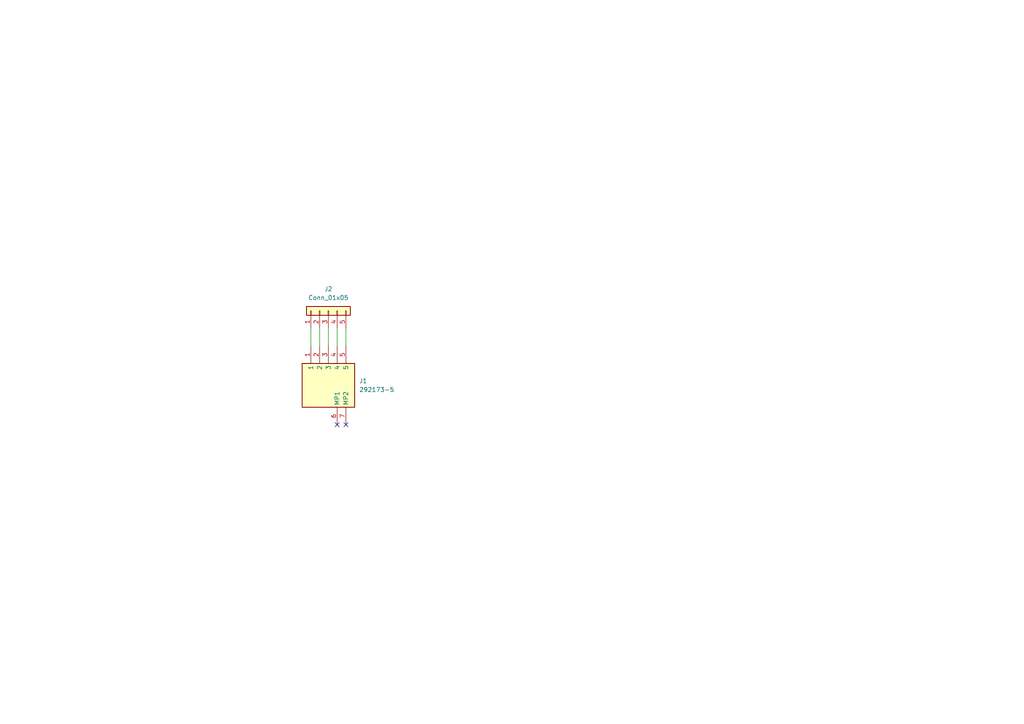
<source format=kicad_sch>
(kicad_sch (version 20231120) (generator "eeschema") (generator_version "8.0")
  (paper "A4")
  (lib_symbols
    (symbol "Connector_Generic:Conn_01x05" (pin_names (offset 1.016) hide)
      (property "Reference" "J" (at 0 7.62 0))
      (property "Value" "Conn_01x05" (at 0 -7.62 0))
      (symbol "Conn_01x05_1_1"
        (rectangle (start -1.27 -4.953) (end 0 -5.207) (stroke (width 0.1524)))
        (rectangle (start -1.27 -2.413) (end 0 -2.667) (stroke (width 0.1524)))
        (rectangle (start -1.27 0.127) (end 0 -0.127) (stroke (width 0.1524)))
        (rectangle (start -1.27 2.667) (end 0 2.413) (stroke (width 0.1524)))
        (rectangle (start -1.27 5.207) (end 0 4.953) (stroke (width 0.1524)))
        (rectangle (start -1.27 6.35) (end 1.27 -6.35) (stroke (width 0.254)) (fill (type background)))
        (pin passive line (at -5.08 5.08 0) (length 3.81) (name "Pin_1") (number "1"))
        (pin passive line (at -5.08 2.54 0) (length 3.81) (name "Pin_2") (number "2"))
        (pin passive line (at -5.08 0 0) (length 3.81) (name "Pin_3") (number "3"))
        (pin passive line (at -5.08 -2.54 0) (length 3.81) (name "Pin_4") (number "4"))
        (pin passive line (at -5.08 -5.08 0) (length 3.81) (name "Pin_5") (number "5"))
      )
    )
    (symbol "mirrormotor:292173-5"
      (property "Reference" "J" (at 19.05 7.62 0))
      (property "Value" "292173-5" (at 19.05 5.08 0))
      (symbol "292173-5_1_1"
        (rectangle (start 5.08 2.54) (end 17.78 -12.7) (stroke (width 0.254)) (fill (type background)))
        (pin passive line (at 0 -10.16 0) (length 5.08) (name "1") (number "1"))
        (pin passive line (at 0 -7.62 0) (length 5.08) (name "2") (number "2"))
        (pin passive line (at 0 -5.08 0) (length 5.08) (name "3") (number "3"))
        (pin passive line (at 0 -2.54 0) (length 5.08) (name "4") (number "4"))
        (pin passive line (at 0 0 0) (length 5.08) (name "5") (number "5"))
        (pin passive line (at 22.86 -2.54 180) (length 5.08) (name "MP1") (number "6"))
        (pin passive line (at 22.86 0 180) (length 5.08) (name "MP2") (number "7"))
      )
    )
  )
  (no_connect (at 100.33 123.19))
  (no_connect (at 97.79 123.19))
  (wire (pts (xy 95.25 95.25) (xy 95.25 100.33)))
  (wire (pts (xy 100.33 95.25) (xy 100.33 100.33)))
  (wire (pts (xy 92.71 95.25) (xy 92.71 100.33)))
  (wire (pts (xy 97.79 95.25) (xy 97.79 100.33)))
  (wire (pts (xy 90.17 95.25) (xy 90.17 100.33)))
  (symbol (lib_id "mirrormotor:292173-5") (at 100.33 100.33 270) (unit 1)
    (property "Reference" "J1" (at 104.14 110.4899 90) (effects (justify left)))
    (property "Value" "292173-5" (at 104.14 113.0299 90) (effects (justify left)))
    (property "Footprint" "mirrormotor:2921735" (effects (hide yes)))
    (property "Datasheet" "https://www.te.com/commerce/DocumentDelivery/DDEController?Action=srchrtrv&DocNm=292173&DocType=Customer+Drawing&DocLang=English" (effects (hide yes)))
    (property "Description" "PCB Mount Header, Right Angle, Wire-to-Board, 5 Position, 2 mm [.079 in] Centerline, Partially Shrouded, Tin, Surface Mount, Power & Signal, AMP CT" (effects (hide yes)))
    (property "Height" "6.1" (effects (hide yes)))
    (property "Mouser Part Number" "571-292173-5" (effects (hide yes)))
    (property "Mouser Price/Stock" "https://www.mouser.co.uk/ProductDetail/TE-Connectivity-Alcoswitch/292173-5?qs=cTq9ZV%252BpM4%252BzH2IkFejNJQ%3D%3D" (effects (hide yes)))
    (property "Manufacturer_Name" "TE Connectivity" (effects (hide yes)))
    (property "Manufacturer_Part_Number" "292173-5" (effects (hide yes)))
  )
  (symbol (lib_id "Connector_Generic:Conn_01x05") (at 95.25 90.17 90) (unit 1)
    (property "Reference" "J2" (at 95.25 83.82 90))
    (property "Value" "Conn_01x05" (at 95.25 86.36 90))
    (property "Footprint" "mirrormotor:PinHeader_1x05_P2.00mm_Vertical" (effects (hide yes)))
    (property "Description" "Generic connector, single row, 01x05, script generated (kicad-library-utils/schlib/autogen/connector/)" (effects (hide yes)))
  )
)
</source>
